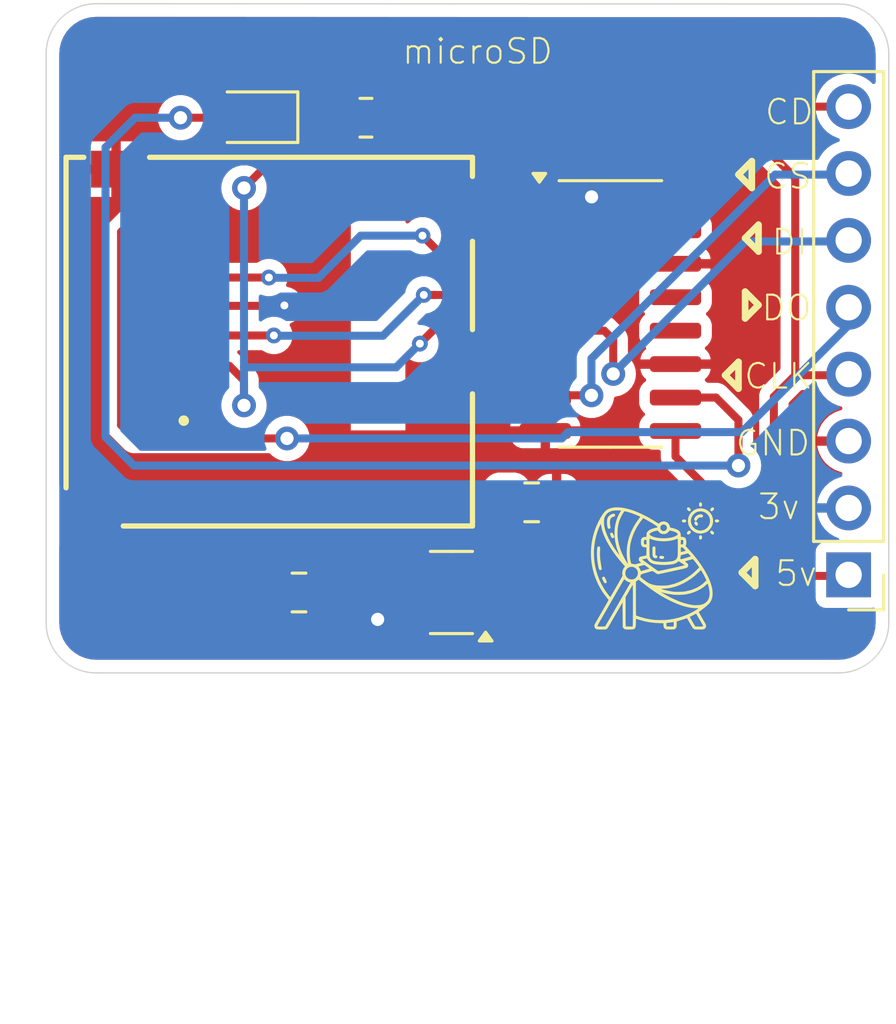
<source format=kicad_pcb>
(kicad_pcb (version 20240108) (generator "pcbnew") (generator_version "8.0")
  (title_block (title "microSD") (date "2024-03-06"))
  (layers (0 "F.Cu" signal) (31 "B.Cu" signal) (34 "B.Paste" user) (35 "F.Paste" user) (36 "B.SilkS" user "B.Silkscreen") (37 "F.SilkS" user "F.Silkscreen") (38 "B.Mask" user) (39 "F.Mask" user) (44 "Edge.Cuts" user))
  (net 0 "")
  (net 1 "GND")
  (net 3 "+3.3V")
  (net 4 "VCC")
  (net 6 "/DI")
  (net 7 "/1Y")
  (net 10 "/3Y")
  (net 11 "/2Y")
  (net 12 "/CLK")
  (net 13 "/4Y")
  (net 14 "/CS")
  (net 16 "/DO")
  (net 17 "/CD")
  (net 21 "Net-(D1-K)")
  (footprint "Package_TO_SOT_SMD:SOT-23-5" (layer "F.Cu") (at 147.75 114.65 180)
    (property "Reference" "IC2" (hide yes))
    (property "Value" "LP2985A")
    (pad "1" smd roundrect (at -1.1375 -0.95 180) (size 1.325 0.6) (layers "F.Cu" "F.Paste" "F.Mask") (net 4 "VCC"))
    (pad "2" smd roundrect (at -1.1375 0 180) (size 1.325 0.6) (layers "F.Cu" "F.Paste" "F.Mask") (net 1 "GND"))
    (pad "3" smd roundrect (at -1.1375 0.95 180) (size 1.325 0.6) (layers "F.Cu" "F.Paste" "F.Mask") (net 4 "VCC"))
    (pad "4" smd roundrect (at 1.1375 0.95 180) (size 1.325 0.6) (layers "F.Cu" "F.Paste" "F.Mask"))
    (pad "5" smd roundrect (at 1.1375 -0.95 180) (size 1.325 0.6) (layers "F.Cu" "F.Paste" "F.Mask") (net 3 "+3.3V"))
  )
  (footprint "external_footprints:GCT_MEM2061-01-188-00-A_REVA" (layer "F.Cu") (at 140.825 105.125 -90)
    (property "Reference" "J1" (hide yes))
    (property "Value" "microSD")
    (pad "" smd rect (at 6.6 6.825 270) (size 1.4 1.9) (layers "F.Cu" "F.Paste" "F.Mask"))
    (pad "1" smd rect (at 1.94 3.225 270) (size 0.8 2) (layers "F.Cu" "F.Paste" "F.Mask"))
    (pad "2" smd rect (at 0.84 2.825 270) (size 0.8 2) (layers "F.Cu" "F.Paste" "F.Mask") (net 10 "/3Y"))
    (pad "3" smd rect (at -0.26 3.225 270) (size 0.8 2) (layers "F.Cu" "F.Paste" "F.Mask") (net 11 "/2Y"))
    (pad "4" smd rect (at -1.36 3.425 270) (size 0.8 2) (layers "F.Cu" "F.Paste" "F.Mask") (net 3 "+3.3V"))
    (pad "5" smd rect (at -2.46 3.225 270) (size 0.8 2) (layers "F.Cu" "F.Paste" "F.Mask") (net 7 "/1Y"))
    (pad "6" smd rect (at -3.56 3.425 270) (size 0.8 2) (layers "F.Cu" "F.Paste" "F.Mask") (net 1 "GND"))
    (pad "7" smd rect (at -4.66 3.225 270) (size 0.8 2) (layers "F.Cu" "F.Paste" "F.Mask") (net 16 "/DO"))
    (pad "8" smd rect (at -5.76 3.225 270) (size 0.8 2) (layers "F.Cu" "F.Paste" "F.Mask"))
    (pad "9" smd rect (at -4.95 -7.325 270) (size 1.8 1.4) (layers "F.Cu" "F.Paste" "F.Mask") (net 17 "/CD"))
    (pad "10" smd rect (at 0.75 -7.325 270) (size 1.8 1.4) (layers "F.Cu" "F.Paste" "F.Mask"))
    (pad "11" smd rect (at -6.55 5.825 270) (size 1.4 1.9) (layers "F.Cu" "F.Paste" "F.Mask") (net 1 "GND"))
    (zone (net 0) (net_name "") (layer "F.Cu") (connect_pads (clearance 0)) (min_thickness 0.01)
      (keepout (tracks not_allowed) (vias not_allowed) (pads not_allowed) (copperpour not_allowed) (footprints allowed))
      (fill (thermal_gap 0.508) (thermal_bridge_width 0.508))
      (polygon (pts (xy 146 98.11447) (xy 146 108.495) (xy 143.92465 108.495) (xy 143.92465 98.11447)))
    )
  )
  (footprint "external_footprints:logo" (layer "F.Cu") (at 155.49 113.64)
    (property "Reference" "G***" (hide yes))
    (property "Value" "LOGO" (hide yes))
  )
  (footprint "Capacitor_SMD:C_0805_2012Metric" (layer "F.Cu") (at 141.955 114.65 180)
    (property "Reference" "C1" (hide yes))
    (property "Value" "10uF")
    (pad "1" smd roundrect (at -0.95 0 180) (size 1 1.45) (layers "F.Cu" "F.Paste" "F.Mask") (net 3 "+3.3V"))
    (pad "2" smd roundrect (at 0.95 0 180) (size 1 1.45) (layers "F.Cu" "F.Paste" "F.Mask") (net 1 "GND"))
  )
  (footprint "Resistor_SMD:R_0805_2012Metric" (layer "F.Cu") (at 144.5 96.6216 180)
    (property "Reference" "R1" (hide yes))
    (property "Value" "1k")
    (pad "1" smd roundrect (at -0.9125 0 180) (size 1.025 1.4) (layers "F.Cu" "F.Paste" "F.Mask") (roundrect_rratio 0.243902) (net 10 "/3Y"))
    (pad "2" smd roundrect (at 0.9125 0 180) (size 1.025 1.4) (layers "F.Cu" "F.Paste" "F.Mask") (roundrect_rratio 0.243902) (net 21 "Net-(D1-K)"))
  )
  (footprint "LED_SMD:LED_0805_2012Metric" (layer "F.Cu") (at 140.2261 96.6016 180)
    (property "Reference" "D1" (hide yes))
    (property "Value" "RED")
    (pad "1" smd roundrect (at -0.9375 0 180) (size 0.975 1.4) (layers "F.Cu" "F.Paste" "F.Mask") (net 21 "Net-(D1-K)"))
    (pad "2" smd roundrect (at 0.9375 0 180) (size 0.975 1.4) (layers "F.Cu" "F.Paste" "F.Mask") (net 13 "/4Y"))
  )
  (footprint "Capacitor_SMD:C_0805_2012Metric" (layer "F.Cu") (at 150.8 111.2266)
    (property "Reference" "C2" (hide yes))
    (property "Value" "0.1uF")
    (pad "1" smd roundrect (at -0.95 0) (size 1 1.45) (layers "F.Cu" "F.Paste" "F.Mask") (net 4 "VCC"))
    (pad "2" smd roundrect (at 0.95 0) (size 1 1.45) (layers "F.Cu" "F.Paste" "F.Mask") (net 1 "GND"))
  )
  (footprint "Package_SO:SOIC-16_3.9x9.9mm_P1.27mm" (layer "F.Cu") (at 153.7931 104.0726)
    (property "Reference" "IC1" (hide yes))
    (property "Value" "74HC4050D")
    (pad "1" smd roundrect (at -2.475 -4.445) (size 1.95 0.6) (layers "F.Cu" "F.Paste" "F.Mask") (net 3 "+3.3V"))
    (pad "2" smd roundrect (at -2.475 -3.175) (size 1.95 0.6) (layers "F.Cu" "F.Paste" "F.Mask") (net 7 "/1Y"))
    (pad "3" smd roundrect (at -2.475 -1.905) (size 1.95 0.6) (layers "F.Cu" "F.Paste" "F.Mask") (net 12 "/CLK"))
    (pad "4" smd roundrect (at -2.475 -0.635) (size 1.95 0.6) (layers "F.Cu" "F.Paste" "F.Mask") (net 11 "/2Y"))
    (pad "5" smd roundrect (at -2.475 0.635) (size 1.95 0.6) (layers "F.Cu" "F.Paste" "F.Mask") (net 6 "/DI"))
    (pad "6" smd roundrect (at -2.475 1.905) (size 1.95 0.6) (layers "F.Cu" "F.Paste" "F.Mask") (net 10 "/3Y"))
    (pad "7" smd roundrect (at -2.475 3.175) (size 1.95 0.6) (layers "F.Cu" "F.Paste" "F.Mask") (net 14 "/CS"))
    (pad "8" smd roundrect (at -2.475 4.445) (size 1.95 0.6) (layers "F.Cu" "F.Paste" "F.Mask") (net 1 "GND"))
    (pad "9" smd roundrect (at 2.475 4.445) (size 1.95 0.6) (layers "F.Cu" "F.Paste" "F.Mask") (net 12 "/CLK"))
    (pad "10" smd roundrect (at 2.475 3.175) (size 1.95 0.6) (layers "F.Cu" "F.Paste" "F.Mask") (net 13 "/4Y"))
    (pad "11" smd roundrect (at 2.475 1.905) (size 1.95 0.6) (layers "F.Cu" "F.Paste" "F.Mask") (net 1 "GND"))
    (pad "12" smd roundrect (at 2.475 0.635) (size 1.95 0.6) (layers "F.Cu" "F.Paste" "F.Mask"))
    (pad "13" smd roundrect (at 2.475 -0.635) (size 1.95 0.6) (layers "F.Cu" "F.Paste" "F.Mask"))
    (pad "14" smd roundrect (at 2.475 -1.905) (size 1.95 0.6) (layers "F.Cu" "F.Paste" "F.Mask") (net 1 "GND"))
    (pad "15" smd roundrect (at 2.475 -3.175) (size 1.95 0.6) (layers "F.Cu" "F.Paste" "F.Mask"))
    (pad "16" smd roundrect (at 2.475 -4.445) (size 1.95 0.6) (layers "F.Cu" "F.Paste" "F.Mask"))
  )
  (footprint "Connector_PinHeader_2.54mm:PinHeader_1x08_P2.54mm_Vertical" (layer "F.Cu") (at 162.85 113.98 180)
    (property "Reference" "J2" (hide yes))
    (property "Value" "~")
    (pad "1" thru_hole rect (at 0 0 180) (size 1.7 1.7) (drill 1) (layers "*.Cu" "*.Mask") (net 4 "VCC"))
    (pad "2" thru_hole oval (at 0 2.54 180) (size 1.7 1.7) (drill 1) (layers "*.Cu" "*.Mask") (net 3 "+3.3V"))
    (pad "3" thru_hole oval (at 0 5.08 180) (size 1.7 1.7) (drill 1) (layers "*.Cu" "*.Mask") (net 1 "GND"))
    (pad "4" thru_hole oval (at 0 7.62 180) (size 1.7 1.7) (drill 1) (layers "*.Cu" "*.Mask") (net 12 "/CLK"))
    (pad "5" thru_hole oval (at 0 10.16 180) (size 1.7 1.7) (drill 1) (layers "*.Cu" "*.Mask") (net 16 "/DO"))
    (pad "6" thru_hole oval (at 0 12.7 180) (size 1.7 1.7) (drill 1) (layers "*.Cu" "*.Mask") (net 6 "/DI"))
    (pad "7" thru_hole oval (at 0 15.24 180) (size 1.7 1.7) (drill 1) (layers "*.Cu" "*.Mask") (net 14 "/CS"))
    (pad "8" thru_hole oval (at 0 17.78 180) (size 1.7 1.7) (drill 1) (layers "*.Cu" "*.Mask") (net 17 "/CD"))
  )
  (gr_line (start 158.9151 101.1936) (end 159.4231 100.6856) (stroke (width 0.254)) (layer "F.SilkS"))
  (gr_line (start 158.6611 98.7806) (end 159.1691 98.2726) (stroke (width 0.254)) (layer "F.SilkS"))
  (gr_line (start 159.2961 114.4016) (end 158.7881 113.8936) (stroke (width 0.254)) (layer "F.SilkS"))
  (gr_line (start 159.2961 113.3856) (end 159.2961 114.4016) (stroke (width 0.254)) (layer "F.SilkS"))
  (gr_line (start 158.6611 105.8926) (end 158.6611 106.9086) (stroke (width 0.254)) (layer "F.SilkS"))
  (gr_line (start 159.1691 98.2726) (end 159.1691 99.2886) (stroke (width 0.254)) (layer "F.SilkS"))
  (gr_line (start 159.4231 101.7016) (end 158.9151 101.1936) (stroke (width 0.254)) (layer "F.SilkS"))
  (gr_line (start 158.7881 113.8936) (end 159.2961 113.3856) (stroke (width 0.254)) (layer "F.SilkS"))
  (gr_line (start 158.9151 103.2256) (end 159.4231 103.7336) (stroke (width 0.254)) (layer "F.SilkS"))
  (gr_line (start 158.6611 106.9086) (end 158.1531 106.4006) (stroke (width 0.254)) (layer "F.SilkS"))
  (gr_line (start 158.1531 106.4006) (end 158.6611 105.8926) (stroke (width 0.254)) (layer "F.SilkS"))
  (gr_line (start 158.9151 104.2416) (end 158.9151 103.2256) (stroke (width 0.254)) (layer "F.SilkS"))
  (gr_line (start 159.1691 99.2886) (end 158.6611 98.7806) (stroke (width 0.254)) (layer "F.SilkS"))
  (gr_line (start 159.4231 103.7336) (end 158.9151 104.2416) (stroke (width 0.254)) (layer "F.SilkS"))
  (gr_line (start 159.4231 100.6856) (end 159.4231 101.7016) (stroke (width 0.254)) (layer "F.SilkS"))
  (gr_line (start 162.4711 117.7036) (end 134.247038 117.7036) (stroke (width 0.05)) (layer "Edge.Cuts"))
  (gr_arc (start 162.4711 92.3036) (mid 163.818138 92.861562) (end 164.3761 94.2086) (stroke (width 0.05)) (layer "Edge.Cuts"))
  (gr_arc (start 134.247038 117.7036) (mid 132.9 117.145638) (end 132.342038 115.7986) (stroke (width 0.05)) (layer "Edge.Cuts"))
  (gr_arc (start 164.3761 115.7986) (mid 163.818138 117.145638) (end 162.4711 117.7036) (stroke (width 0.05)) (layer "Edge.Cuts"))
  (gr_line (start 164.3761 94.2086) (end 164.3761 115.7986) (stroke (width 0.05)) (layer "Edge.Cuts"))
  (gr_line (start 134.247038 92.292038) (end 162.4711 92.3036) (stroke (width 0.05)) (layer "Edge.Cuts"))
  (gr_line (start 132.342038 115.7986) (end 132.342038 94.197038) (stroke (width 0.05)) (layer "Edge.Cuts"))
  (gr_arc (start 132.342038 94.197038) (mid 132.9 92.85) (end 134.247038 92.292038) (stroke (width 0.05)) (layer "Edge.Cuts"))
  (gr_text "3v" (at 161.05 110.85 0) (layer "F.SilkS") (effects (font (size 0.93472 0.93472) (thickness 0.08128)) (justify right top)))
  (gr_text "DI" (at 161.35 100.8 0) (layer "F.SilkS") (effects (font (size 0.93472 0.93472) (thickness 0.08128)) (justify right top)))
  (gr_text "CLK" (at 161.55 105.8926 0) (layer "F.SilkS") (effects (font (size 0.93472 0.93472) (thickness 0.08128)) (justify right top)))
  (gr_text "5v" (at 161.7091 113.3856 0) (layer "F.SilkS") (effects (font (size 0.93472 0.93472) (thickness 0.08128)) (justify right top)))
  (gr_text "GND" (at 161.45 108.4326 0) (layer "F.SilkS") (effects (font (size 0.93472 0.93472) (thickness 0.08128)) (justify right top)))
  (gr_text "CS" (at 161.5 98.3 0) (layer "F.SilkS") (effects (font (size 0.93472 0.93472) (thickness 0.08128)) (justify right top)))
  (gr_text "CD" (at 161.5821 95.8596 0) (layer "F.SilkS") (effects (font (size 0.93472 0.93472) (thickness 0.08128)) (justify right top)))
  (gr_text "microSD" (at 145.82 94.65 0) (layer "F.SilkS") (effects (font (size 0.93472 0.93472) (thickness 0.08128)) (justify left bottom)))
  (gr_text "DO" (at 161.5 103.3 0) (layer "F.SilkS") (effects (font (size 0.93472 0.93472) (thickness 0.08128)) (justify right top)))
  (segment (start 141.0075 103.765) (end 137.4 103.765) (width 0.3048) (layer "F.Cu") (net 3))
  (segment (start 141.0075 103.765) (end 141.385 103.765) (width 0.3048) (layer "F.Cu") (net 3))
  (segment (start 144.9451 115.6716) (end 146.3731 115.6716) (width 0.3048) (layer "F.Cu") (net 3))
  (segment (start 153.0776 99.6276) (end 151.3181 99.6276) (width 0.3048) (layer "F.Cu") (net 3))
  (segment (start 141.385 103.765) (end 141.4 103.75) (width 0.3048) (layer "F.Cu") (net 3))
  (segment (start 143.9235 114.65) (end 142.905 114.65) (width 0.3048) (layer "F.Cu") (net 3))
  (segment (start 146.3731 115.6716) (end 146.4391 115.6056) (width 0.3048) (layer "F.Cu") (net 3))
  (segment (start 144.9451 115.6716) (end 144.9761 115.6716) (width 0.3048) (layer "F.Cu") (net 3))
  (segment (start 137.3491 103.85) (end 137.3341 103.8456) (width 0.3048) (layer "F.Cu") (net 3))
  (segment (start 144.9451 115.6716) (end 143.9235 114.65) (width 0.3048) (layer "F.Cu") (net 3))
  (via (at 144.9451 115.6716) (size 0.9064) (drill 0.5) (layers "F.Cu" "B.Cu") (net 3))
  (via (at 153.0776 99.6276) (size 0.9064) (drill 0.5) (layers "F.Cu" "B.Cu") (net 3))
  (via (at 141.4 103.75) (size 0.6) (drill 0.3) (layers "F.Cu" "B.Cu") (net 3))
  (segment (start 148.8875 113.7) (end 150.76 113.7) (width 0.3048) (layer "F.Cu") (net 4))
  (segment (start 159.6771 112.4966) (end 161.2011 114.0206) (width 0.3048) (layer "F.Cu") (net 4))
  (segment (start 150.0966 112.4966) (end 150.76 112.4966) (width 0.3048) (layer "F.Cu") (net 4))
  (segment (start 149.85 111.2266) (end 149.85 112.25) (width 0.3048) (layer "F.Cu") (net 4))
  (segment (start 150.76 112.4966) (end 150.9434 112.4966) (width 0.3048) (layer "F.Cu") (net 4))
  (segment (start 150.76 113.7) (end 150.76 112.4966) (width 0.3048) (layer "F.Cu") (net 4))
  (segment (start 149.85 112.25) (end 150.0966 112.4966) (width 0.3048) (layer "F.Cu") (net 4))
  (segment (start 148.8875 115.6) (end 150.37 115.6) (width 0.3048) (layer "F.Cu") (net 4))
  (segment (start 150.9434 112.4966) (end 159.6771 112.4966) (width 0.3048) (layer "F.Cu") (net 4))
  (segment (start 150.76 115.21) (end 150.76 113.7) (width 0.3048) (layer "F.Cu") (net 4))
  (segment (start 150.37 115.6) (end 150.76 115.21) (width 0.3048) (layer "F.Cu") (net 4))
  (segment (start 161.2011 114.0206) (end 163.1061 114.0206) (width 0.3048) (layer "F.Cu") (net 4))
  (segment (start 153.5576 104.7076) (end 151.3181 104.7076) (width 0.3048) (layer "F.Cu") (net 6))
  (segment (start 153.9 105.05) (end 153.5576 104.7076) (width 0.3048) (layer "F.Cu") (net 6))
  (segment (start 153.9 106.35) (end 153.9 105.05) (width 0.3048) (layer "F.Cu") (net 6))
  (via (at 153.9 106.35) (size 0.9064) (drill 0.5) (layers "F.Cu" "B.Cu") (net 6))
  (segment (start 158.9151 101.3206) (end 163.1061 101.3206) (width 0.3048) (layer "B.Cu") (net 6))
  (segment (start 153.9 106.3357) (end 158.9151 101.3206) (width 0.3048) (layer "B.Cu") (net 6))
  (segment (start 153.9 106.35) (end 153.9 106.3357) (width 0.3048) (layer "B.Cu") (net 6))
  (segment (start 148.6281 101.9556) (end 149.7711 100.8126) (width 0.3048) (layer "F.Cu") (net 7))
  (segment (start 147.5056 101.9556) (end 148.6281 101.9556) (width 0.3048) (layer "F.Cu") (net 7))
  (segment (start 140.81 102.69) (end 137.425 102.69) (width 0.3048) (layer "F.Cu") (net 7))
  (segment (start 146.65 101.1) (end 147.5056 101.9556) (width 0.3048) (layer "F.Cu") (net 7))
  (segment (start 149.7711 100.8126) (end 150.7871 100.8126) (width 0.3048) (layer "F.Cu") (net 7))
  (via (at 140.81 102.69) (size 0.6) (drill 0.3) (layers "F.Cu" "B.Cu") (net 7))
  (via (at 146.65 101.1) (size 0.6) (drill 0.3) (layers "F.Cu" "B.Cu") (net 7))
  (segment (start 144.3 101.1) (end 142.7 102.7) (width 0.3048) (layer "B.Cu") (net 7))
  (segment (start 142.7 102.7) (end 140.82 102.7) (width 0.3048) (layer "B.Cu") (net 7))
  (segment (start 146.65 101.1) (end 144.3 101.1) (width 0.3048) (layer "B.Cu") (net 7))
  (segment (start 140.82 102.7) (end 140.81 102.69) (width 0.3048) (layer "B.Cu") (net 7))
  (segment (start 139.3107 106.0456) (end 139.8651 106.6) (width 0.3048) (layer "F.Cu") (net 10))
  (segment (start 149.1 104.5) (end 147.25 104.5) (width 0.3048) (layer "F.Cu") (net 10))
  (segment (start 150.0276 105.9776) (end 151.3181 105.9776) (width 0.3048) (layer "F.Cu") (net 10))
  (segment (start 145.14 97.85) (end 145.4371 97.5529) (width 0.3048) (layer "F.Cu") (net 10))
  (segment (start 149.65 105.05) (end 149.1 104.5) (width 0.3048) (layer "F.Cu") (net 10))
  (segment (start 139.8651 99.2886) (end 141.3037 97.85) (width 0.3048) (layer "F.Cu") (net 10))
  (segment (start 138.1341 106.0456) (end 139.3107 106.0456) (width 0.3048) (layer "F.Cu") (net 10))
  (segment (start 149.65 105.05) (end 149.65 105.6) (width 0.3048) (layer "F.Cu") (net 10))
  (segment (start 141.3037 97.85) (end 145.14 97.85) (width 0.3048) (layer "F.Cu") (net 10))
  (segment (start 139.8651 107.5436) (end 139.8651 106.6) (width 0.3048) (layer "F.Cu") (net 10))
  (segment (start 149.65 105.6) (end 150.0276 105.9776) (width 0.3048) (layer "F.Cu") (net 10))
  (segment (start 145.4371 97.5529) (end 145.4371 96.6216) (width 0.3048) (layer "F.Cu") (net 10))
  (segment (start 146.55 105.2) (end 147.25 104.5) (width 0.3048) (layer "F.Cu") (net 10))
  (via (at 146.55 105.2) (size 0.6) (drill 0.3) (layers "F.Cu" "B.Cu") (net 10))
  (via (at 139.8651 107.5436) (size 0.9064) (drill 0.5) (layers "F.Cu" "B.Cu") (net 10))
  (via (at 139.8651 99.2886) (size 0.9064) (drill 0.5) (layers "F.Cu" "B.Cu") (net 10))
  (segment (start 145.65 106.1) (end 139.8651 106.1) (width 0.3048) (layer "B.Cu") (net 10))
  (segment (start 139.8651 107.5436) (end 139.8651 106.1) (width 0.3048) (layer "B.Cu") (net 10))
  (segment (start 139.8651 106.1) (end 139.8651 99.2886) (width 0.3048) (layer "B.Cu") (net 10))
  (segment (start 146.55 105.2) (end 145.65 106.1) (width 0.3048) (layer "B.Cu") (net 10))
  (segment (start 147.1041 103.3526) (end 146.7026 103.3526) (width 0.3048) (layer "F.Cu") (net 11))
  (segment (start 146.7026 103.3526) (end 146.7 103.35) (width 0.3048) (layer "F.Cu") (net 11))
  (segment (start 141 104.89) (end 137.425 104.89) (width 0.3048) (layer "F.Cu") (net 11))
  (segment (start 147.1041 103.3526) (end 150.6347 103.3526) (width 0.3048) (layer "F.Cu") (net 11))
  (via (at 146.7 103.35) (size 0.6) (drill 0.3) (layers "F.Cu" "B.Cu") (net 11))
  (via (at 141 104.89) (size 0.6) (drill 0.3) (layers "F.Cu" "B.Cu") (net 11))
  (segment (start 141 104.89) (end 141.01 104.9) (width 0.3048) (layer "B.Cu") (net 11))
  (segment (start 141.01 104.9) (end 145.15 104.9) (width 0.3048) (layer "B.Cu") (net 11))
  (segment (start 145.15 104.9) (end 146.7 103.35) (width 0.3048) (layer "B.Cu") (net 11))
  (segment (start 155.1884 97.8916) (end 154.3431 98.7369) (width 0.3048) (layer "F.Cu") (net 12))
  (segment (start 156.2681 108.5176) (end 156.2681 109.4839) (width 0.3048) (layer "F.Cu") (net 12))
  (segment (start 160.8201 106.4006) (end 163.1061 106.4006) (width 0.3048) (layer "F.Cu") (net 12))
  (segment (start 159.4383 110.9574) (end 160.0073 110.3884) (width 0.3048) (layer "F.Cu") (net 12))
  (segment (start 154.3431 100.7769) (end 152.9524 102.1676) (width 0.3048) (layer "F.Cu") (net 12))
  (segment (start 157.7416 110.9574) (end 159.4383 110.9574) (width 0.3048) (layer "F.Cu") (net 12))
  (segment (start 159.8041 97.8916) (end 155.1884 97.8916) (width 0.3048) (layer "F.Cu") (net 12))
  (segment (start 160.0073 110.3884) (end 160.0073 107.2134) (width 0.3048) (layer "F.Cu") (net 12))
  (segment (start 160.8201 106.4006) (end 160.8201 98.9076) (width 0.3048) (layer "F.Cu") (net 12))
  (segment (start 160.8201 98.9076) (end 159.8041 97.8916) (width 0.3048) (layer "F.Cu") (net 12))
  (segment (start 152.9524 102.1676) (end 151.3181 102.1676) (width 0.3048) (layer "F.Cu") (net 12))
  (segment (start 163.1061 106.4006) (end 163.3601 106.4006) (width 0.3048) (layer "F.Cu") (net 12))
  (segment (start 156.2681 109.4839) (end 157.7416 110.9574) (width 0.3048) (layer "F.Cu") (net 12))
  (segment (start 160.0073 107.2134) (end 160.8201 106.4006) (width 0.3048) (layer "F.Cu") (net 12))
  (segment (start 154.3431 98.7369) (end 154.3431 100.7769) (width 0.3048) (layer "F.Cu") (net 12))
  (segment (start 157.8076 107.2476) (end 156.2681 107.2476) (width 0.3048) (layer "F.Cu") (net 13))
  (segment (start 158.6611 108.1011) (end 157.8076 107.2476) (width 0.3048) (layer "F.Cu") (net 13))
  (segment (start 158.6611 109.8296) (end 158.6611 108.1011) (width 0.3048) (layer "F.Cu") (net 13))
  (segment (start 137.4521 96.6216) (end 139.1961 96.6216) (width 0.3048) (layer "F.Cu") (net 13))
  (via (at 158.6611 109.8296) (size 0.9064) (drill 0.5) (layers "F.Cu" "B.Cu") (net 13))
  (via (at 137.4521 96.6216) (size 0.9064) (drill 0.5) (layers "F.Cu" "B.Cu") (net 13))
  (segment (start 135.7284 96.6216) (end 134.6 97.75) (width 0.3048) (layer "B.Cu") (net 13))
  (segment (start 137.4521 96.6216) (end 135.7284 96.6216) (width 0.3048) (layer "B.Cu") (net 13))
  (segment (start 134.6 108.75) (end 135.6796 109.8296) (width 0.3048) (layer "B.Cu") (net 13))
  (segment (start 158.6611 109.8296) (end 146.3421 109.8296) (width 0.3048) (layer "B.Cu") (net 13))
  (segment (start 135.6796 109.8296) (end 146.3421 109.8296) (width 0.3048) (layer "B.Cu") (net 13))
  (segment (start 134.6 97.75) (end 134.6 108.75) (width 0.3048) (layer "B.Cu") (net 13))
  (segment (start 150.6347 107.1626) (end 153.0731 107.1626) (width 0.3048) (layer "F.Cu") (net 14))
  (via (at 153.0731 107.1626) (size 0.9064) (drill 0.5) (layers "F.Cu" "B.Cu") (net 14))
  (segment (start 160.0581 98.7806) (end 161.4551 98.7806) (width 0.3048) (layer "B.Cu") (net 14))
  (segment (start 163.1061 98.7806) (end 163.3601 98.7806) (width 0.3048) (layer "B.Cu") (net 14))
  (segment (start 161.4551 98.7806) (end 163.1061 98.7806) (width 0.3048) (layer "B.Cu") (net 14))
  (segment (start 153.0731 105.7656) (end 160.0581 98.7806) (width 0.3048) (layer "B.Cu") (net 14))
  (segment (start 153.0731 107.1626) (end 153.0731 105.7656) (width 0.3048) (layer "B.Cu") (net 14))
  (segment (start 135.7 108.8) (end 135.19 108.29) (width 0.3048) (layer "F.Cu") (net 16))
  (segment (start 135.19 100.96) (end 135.66 100.49) (width 0.3048) (layer "F.Cu") (net 16))
  (segment (start 141.5 108.8) (end 135.7 108.8) (width 0.3048) (layer "F.Cu") (net 16))
  (segment (start 135.66 100.49) (end 137.425 100.49) (width 0.3048) (layer "F.Cu") (net 16))
  (segment (start 135.19 108.29) (end 135.19 100.96) (width 0.3048) (layer "F.Cu") (net 16))
  (via (at 141.5 108.8) (size 0.9064) (drill 0.5) (layers "F.Cu" "B.Cu") (net 16))
  (segment (start 158.7881 108.5596) (end 163.3601 103.9876) (width 0.3048) (layer "B.Cu") (net 16))
  (segment (start 163.3601 103.9876) (end 163.3601 103.8606) (width 0.3048) (layer "B.Cu") (net 16))
  (segment (start 152.1841 108.5596) (end 158.7881 108.5596) (width 0.3048) (layer "B.Cu") (net 16))
  (segment (start 151.9437 108.8) (end 152.1841 108.5596) (width 0.3048) (layer "B.Cu") (net 16))
  (segment (start 163.3601 103.8606) (end 163.1061 103.8606) (width 0.3048) (layer "B.Cu") (net 16))
  (segment (start 141.5 108.8) (end 151.9437 108.8) (width 0.3048) (layer "B.Cu") (net 16))
  (segment (start 148.15 98.77) (end 150.72 96.2) (width 0.3048) (layer "F.Cu") (net 17))
  (segment (start 148.15 100.175) (end 148.15 98.77) (width 0.3048) (layer "F.Cu") (net 17))
  (segment (start 150.72 96.2) (end 162.85 96.2) (width 0.3048) (layer "F.Cu") (net 17))
  (segment (start 143.4371 96.5106) (end 143.4371 96.6216) (width 0.3048) (layer "F.Cu") (net 21))
  (segment (start 141.2961 96.6216) (end 143.2941 96.6216) (width 0.3048) (layer "F.Cu") (net 21))
  (segment (start 143.2941 96.6216) (end 143.4211 96.4946) (width 0.3048) (layer "F.Cu") (net 21))
  (segment (start 143.4211 96.4946) (end 143.4371 96.5106) (width 0.3048) (layer "F.Cu") (net 21))
  (zone (net 1) (net_name "GND") (layer "F.Cu") (priority 6) (connect_pads (clearance 0.4064)) (min_thickness 0.1524) (fill yes (thermal_gap 0.3548) (thermal_bridge_width 0.3548))
    (polygon (pts (xy 164.5285 117.856) (xy 131.6467 118.056) (xy 131.6467 92.3512) (xy 164.5285 92.1512)))
  )
  (zone (net 3) (net_name "+3.3V") (layer "B.Cu") (priority 6) (connect_pads (clearance 0.4064)) (min_thickness 0.1524) (fill yes (thermal_gap 0.3548) (thermal_bridge_width 0.3548))
    (polygon (pts (xy 164.6555 115.937594) (xy 164.56378 116.516688) (xy 164.445519 116.802197) (xy 164.287207 117.060537) (xy 164.090432 117.290932) (xy 163.860037 117.487707) (xy 163.601697 117.646019) (xy 163.321772 117.761967) (xy 163.027154 117.832699) (xy 162.731088 117.856) (xy 131.6737 117.956) (xy 131.6737 92.2512) (xy 164.6555 92.1512)))
  )
)
</source>
